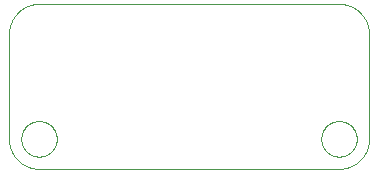
<source format=gko>
G75*
%MOIN*%
%OFA0B0*%
%FSLAX25Y25*%
%IPPOS*%
%LPD*%
%AMOC8*
5,1,8,0,0,1.08239X$1,22.5*
%
%ADD10C,0.00000*%
D10*
X0017000Y0008000D02*
X0117000Y0008000D01*
X0111094Y0018000D02*
X0111096Y0018153D01*
X0111102Y0018307D01*
X0111112Y0018460D01*
X0111126Y0018612D01*
X0111144Y0018765D01*
X0111166Y0018916D01*
X0111191Y0019067D01*
X0111221Y0019218D01*
X0111255Y0019368D01*
X0111292Y0019516D01*
X0111333Y0019664D01*
X0111378Y0019810D01*
X0111427Y0019956D01*
X0111480Y0020100D01*
X0111536Y0020242D01*
X0111596Y0020383D01*
X0111660Y0020523D01*
X0111727Y0020661D01*
X0111798Y0020797D01*
X0111873Y0020931D01*
X0111950Y0021063D01*
X0112032Y0021193D01*
X0112116Y0021321D01*
X0112204Y0021447D01*
X0112295Y0021570D01*
X0112389Y0021691D01*
X0112487Y0021809D01*
X0112587Y0021925D01*
X0112691Y0022038D01*
X0112797Y0022149D01*
X0112906Y0022257D01*
X0113018Y0022362D01*
X0113132Y0022463D01*
X0113250Y0022562D01*
X0113369Y0022658D01*
X0113491Y0022751D01*
X0113616Y0022840D01*
X0113743Y0022927D01*
X0113872Y0023009D01*
X0114003Y0023089D01*
X0114136Y0023165D01*
X0114271Y0023238D01*
X0114408Y0023307D01*
X0114547Y0023372D01*
X0114687Y0023434D01*
X0114829Y0023492D01*
X0114972Y0023547D01*
X0115117Y0023598D01*
X0115263Y0023645D01*
X0115410Y0023688D01*
X0115558Y0023727D01*
X0115707Y0023763D01*
X0115857Y0023794D01*
X0116008Y0023822D01*
X0116159Y0023846D01*
X0116312Y0023866D01*
X0116464Y0023882D01*
X0116617Y0023894D01*
X0116770Y0023902D01*
X0116923Y0023906D01*
X0117077Y0023906D01*
X0117230Y0023902D01*
X0117383Y0023894D01*
X0117536Y0023882D01*
X0117688Y0023866D01*
X0117841Y0023846D01*
X0117992Y0023822D01*
X0118143Y0023794D01*
X0118293Y0023763D01*
X0118442Y0023727D01*
X0118590Y0023688D01*
X0118737Y0023645D01*
X0118883Y0023598D01*
X0119028Y0023547D01*
X0119171Y0023492D01*
X0119313Y0023434D01*
X0119453Y0023372D01*
X0119592Y0023307D01*
X0119729Y0023238D01*
X0119864Y0023165D01*
X0119997Y0023089D01*
X0120128Y0023009D01*
X0120257Y0022927D01*
X0120384Y0022840D01*
X0120509Y0022751D01*
X0120631Y0022658D01*
X0120750Y0022562D01*
X0120868Y0022463D01*
X0120982Y0022362D01*
X0121094Y0022257D01*
X0121203Y0022149D01*
X0121309Y0022038D01*
X0121413Y0021925D01*
X0121513Y0021809D01*
X0121611Y0021691D01*
X0121705Y0021570D01*
X0121796Y0021447D01*
X0121884Y0021321D01*
X0121968Y0021193D01*
X0122050Y0021063D01*
X0122127Y0020931D01*
X0122202Y0020797D01*
X0122273Y0020661D01*
X0122340Y0020523D01*
X0122404Y0020383D01*
X0122464Y0020242D01*
X0122520Y0020100D01*
X0122573Y0019956D01*
X0122622Y0019810D01*
X0122667Y0019664D01*
X0122708Y0019516D01*
X0122745Y0019368D01*
X0122779Y0019218D01*
X0122809Y0019067D01*
X0122834Y0018916D01*
X0122856Y0018765D01*
X0122874Y0018612D01*
X0122888Y0018460D01*
X0122898Y0018307D01*
X0122904Y0018153D01*
X0122906Y0018000D01*
X0122904Y0017847D01*
X0122898Y0017693D01*
X0122888Y0017540D01*
X0122874Y0017388D01*
X0122856Y0017235D01*
X0122834Y0017084D01*
X0122809Y0016933D01*
X0122779Y0016782D01*
X0122745Y0016632D01*
X0122708Y0016484D01*
X0122667Y0016336D01*
X0122622Y0016190D01*
X0122573Y0016044D01*
X0122520Y0015900D01*
X0122464Y0015758D01*
X0122404Y0015617D01*
X0122340Y0015477D01*
X0122273Y0015339D01*
X0122202Y0015203D01*
X0122127Y0015069D01*
X0122050Y0014937D01*
X0121968Y0014807D01*
X0121884Y0014679D01*
X0121796Y0014553D01*
X0121705Y0014430D01*
X0121611Y0014309D01*
X0121513Y0014191D01*
X0121413Y0014075D01*
X0121309Y0013962D01*
X0121203Y0013851D01*
X0121094Y0013743D01*
X0120982Y0013638D01*
X0120868Y0013537D01*
X0120750Y0013438D01*
X0120631Y0013342D01*
X0120509Y0013249D01*
X0120384Y0013160D01*
X0120257Y0013073D01*
X0120128Y0012991D01*
X0119997Y0012911D01*
X0119864Y0012835D01*
X0119729Y0012762D01*
X0119592Y0012693D01*
X0119453Y0012628D01*
X0119313Y0012566D01*
X0119171Y0012508D01*
X0119028Y0012453D01*
X0118883Y0012402D01*
X0118737Y0012355D01*
X0118590Y0012312D01*
X0118442Y0012273D01*
X0118293Y0012237D01*
X0118143Y0012206D01*
X0117992Y0012178D01*
X0117841Y0012154D01*
X0117688Y0012134D01*
X0117536Y0012118D01*
X0117383Y0012106D01*
X0117230Y0012098D01*
X0117077Y0012094D01*
X0116923Y0012094D01*
X0116770Y0012098D01*
X0116617Y0012106D01*
X0116464Y0012118D01*
X0116312Y0012134D01*
X0116159Y0012154D01*
X0116008Y0012178D01*
X0115857Y0012206D01*
X0115707Y0012237D01*
X0115558Y0012273D01*
X0115410Y0012312D01*
X0115263Y0012355D01*
X0115117Y0012402D01*
X0114972Y0012453D01*
X0114829Y0012508D01*
X0114687Y0012566D01*
X0114547Y0012628D01*
X0114408Y0012693D01*
X0114271Y0012762D01*
X0114136Y0012835D01*
X0114003Y0012911D01*
X0113872Y0012991D01*
X0113743Y0013073D01*
X0113616Y0013160D01*
X0113491Y0013249D01*
X0113369Y0013342D01*
X0113250Y0013438D01*
X0113132Y0013537D01*
X0113018Y0013638D01*
X0112906Y0013743D01*
X0112797Y0013851D01*
X0112691Y0013962D01*
X0112587Y0014075D01*
X0112487Y0014191D01*
X0112389Y0014309D01*
X0112295Y0014430D01*
X0112204Y0014553D01*
X0112116Y0014679D01*
X0112032Y0014807D01*
X0111950Y0014937D01*
X0111873Y0015069D01*
X0111798Y0015203D01*
X0111727Y0015339D01*
X0111660Y0015477D01*
X0111596Y0015617D01*
X0111536Y0015758D01*
X0111480Y0015900D01*
X0111427Y0016044D01*
X0111378Y0016190D01*
X0111333Y0016336D01*
X0111292Y0016484D01*
X0111255Y0016632D01*
X0111221Y0016782D01*
X0111191Y0016933D01*
X0111166Y0017084D01*
X0111144Y0017235D01*
X0111126Y0017388D01*
X0111112Y0017540D01*
X0111102Y0017693D01*
X0111096Y0017847D01*
X0111094Y0018000D01*
X0117000Y0008000D02*
X0117242Y0008003D01*
X0117483Y0008012D01*
X0117724Y0008026D01*
X0117965Y0008047D01*
X0118205Y0008073D01*
X0118445Y0008105D01*
X0118684Y0008143D01*
X0118921Y0008186D01*
X0119158Y0008236D01*
X0119393Y0008291D01*
X0119627Y0008351D01*
X0119859Y0008418D01*
X0120090Y0008489D01*
X0120319Y0008567D01*
X0120546Y0008650D01*
X0120771Y0008738D01*
X0120994Y0008832D01*
X0121214Y0008931D01*
X0121432Y0009036D01*
X0121647Y0009145D01*
X0121860Y0009260D01*
X0122070Y0009380D01*
X0122276Y0009505D01*
X0122480Y0009635D01*
X0122681Y0009770D01*
X0122878Y0009910D01*
X0123072Y0010054D01*
X0123262Y0010203D01*
X0123448Y0010357D01*
X0123631Y0010515D01*
X0123810Y0010677D01*
X0123985Y0010844D01*
X0124156Y0011015D01*
X0124323Y0011190D01*
X0124485Y0011369D01*
X0124643Y0011552D01*
X0124797Y0011738D01*
X0124946Y0011928D01*
X0125090Y0012122D01*
X0125230Y0012319D01*
X0125365Y0012520D01*
X0125495Y0012724D01*
X0125620Y0012930D01*
X0125740Y0013140D01*
X0125855Y0013353D01*
X0125964Y0013568D01*
X0126069Y0013786D01*
X0126168Y0014006D01*
X0126262Y0014229D01*
X0126350Y0014454D01*
X0126433Y0014681D01*
X0126511Y0014910D01*
X0126582Y0015141D01*
X0126649Y0015373D01*
X0126709Y0015607D01*
X0126764Y0015842D01*
X0126814Y0016079D01*
X0126857Y0016316D01*
X0126895Y0016555D01*
X0126927Y0016795D01*
X0126953Y0017035D01*
X0126974Y0017276D01*
X0126988Y0017517D01*
X0126997Y0017758D01*
X0127000Y0018000D01*
X0127000Y0053000D01*
X0126997Y0053242D01*
X0126988Y0053483D01*
X0126974Y0053724D01*
X0126953Y0053965D01*
X0126927Y0054205D01*
X0126895Y0054445D01*
X0126857Y0054684D01*
X0126814Y0054921D01*
X0126764Y0055158D01*
X0126709Y0055393D01*
X0126649Y0055627D01*
X0126582Y0055859D01*
X0126511Y0056090D01*
X0126433Y0056319D01*
X0126350Y0056546D01*
X0126262Y0056771D01*
X0126168Y0056994D01*
X0126069Y0057214D01*
X0125964Y0057432D01*
X0125855Y0057647D01*
X0125740Y0057860D01*
X0125620Y0058070D01*
X0125495Y0058276D01*
X0125365Y0058480D01*
X0125230Y0058681D01*
X0125090Y0058878D01*
X0124946Y0059072D01*
X0124797Y0059262D01*
X0124643Y0059448D01*
X0124485Y0059631D01*
X0124323Y0059810D01*
X0124156Y0059985D01*
X0123985Y0060156D01*
X0123810Y0060323D01*
X0123631Y0060485D01*
X0123448Y0060643D01*
X0123262Y0060797D01*
X0123072Y0060946D01*
X0122878Y0061090D01*
X0122681Y0061230D01*
X0122480Y0061365D01*
X0122276Y0061495D01*
X0122070Y0061620D01*
X0121860Y0061740D01*
X0121647Y0061855D01*
X0121432Y0061964D01*
X0121214Y0062069D01*
X0120994Y0062168D01*
X0120771Y0062262D01*
X0120546Y0062350D01*
X0120319Y0062433D01*
X0120090Y0062511D01*
X0119859Y0062582D01*
X0119627Y0062649D01*
X0119393Y0062709D01*
X0119158Y0062764D01*
X0118921Y0062814D01*
X0118684Y0062857D01*
X0118445Y0062895D01*
X0118205Y0062927D01*
X0117965Y0062953D01*
X0117724Y0062974D01*
X0117483Y0062988D01*
X0117242Y0062997D01*
X0117000Y0063000D01*
X0017000Y0063000D01*
X0016758Y0062997D01*
X0016517Y0062988D01*
X0016276Y0062974D01*
X0016035Y0062953D01*
X0015795Y0062927D01*
X0015555Y0062895D01*
X0015316Y0062857D01*
X0015079Y0062814D01*
X0014842Y0062764D01*
X0014607Y0062709D01*
X0014373Y0062649D01*
X0014141Y0062582D01*
X0013910Y0062511D01*
X0013681Y0062433D01*
X0013454Y0062350D01*
X0013229Y0062262D01*
X0013006Y0062168D01*
X0012786Y0062069D01*
X0012568Y0061964D01*
X0012353Y0061855D01*
X0012140Y0061740D01*
X0011930Y0061620D01*
X0011724Y0061495D01*
X0011520Y0061365D01*
X0011319Y0061230D01*
X0011122Y0061090D01*
X0010928Y0060946D01*
X0010738Y0060797D01*
X0010552Y0060643D01*
X0010369Y0060485D01*
X0010190Y0060323D01*
X0010015Y0060156D01*
X0009844Y0059985D01*
X0009677Y0059810D01*
X0009515Y0059631D01*
X0009357Y0059448D01*
X0009203Y0059262D01*
X0009054Y0059072D01*
X0008910Y0058878D01*
X0008770Y0058681D01*
X0008635Y0058480D01*
X0008505Y0058276D01*
X0008380Y0058070D01*
X0008260Y0057860D01*
X0008145Y0057647D01*
X0008036Y0057432D01*
X0007931Y0057214D01*
X0007832Y0056994D01*
X0007738Y0056771D01*
X0007650Y0056546D01*
X0007567Y0056319D01*
X0007489Y0056090D01*
X0007418Y0055859D01*
X0007351Y0055627D01*
X0007291Y0055393D01*
X0007236Y0055158D01*
X0007186Y0054921D01*
X0007143Y0054684D01*
X0007105Y0054445D01*
X0007073Y0054205D01*
X0007047Y0053965D01*
X0007026Y0053724D01*
X0007012Y0053483D01*
X0007003Y0053242D01*
X0007000Y0053000D01*
X0007000Y0018000D01*
X0011094Y0018000D02*
X0011096Y0018153D01*
X0011102Y0018307D01*
X0011112Y0018460D01*
X0011126Y0018612D01*
X0011144Y0018765D01*
X0011166Y0018916D01*
X0011191Y0019067D01*
X0011221Y0019218D01*
X0011255Y0019368D01*
X0011292Y0019516D01*
X0011333Y0019664D01*
X0011378Y0019810D01*
X0011427Y0019956D01*
X0011480Y0020100D01*
X0011536Y0020242D01*
X0011596Y0020383D01*
X0011660Y0020523D01*
X0011727Y0020661D01*
X0011798Y0020797D01*
X0011873Y0020931D01*
X0011950Y0021063D01*
X0012032Y0021193D01*
X0012116Y0021321D01*
X0012204Y0021447D01*
X0012295Y0021570D01*
X0012389Y0021691D01*
X0012487Y0021809D01*
X0012587Y0021925D01*
X0012691Y0022038D01*
X0012797Y0022149D01*
X0012906Y0022257D01*
X0013018Y0022362D01*
X0013132Y0022463D01*
X0013250Y0022562D01*
X0013369Y0022658D01*
X0013491Y0022751D01*
X0013616Y0022840D01*
X0013743Y0022927D01*
X0013872Y0023009D01*
X0014003Y0023089D01*
X0014136Y0023165D01*
X0014271Y0023238D01*
X0014408Y0023307D01*
X0014547Y0023372D01*
X0014687Y0023434D01*
X0014829Y0023492D01*
X0014972Y0023547D01*
X0015117Y0023598D01*
X0015263Y0023645D01*
X0015410Y0023688D01*
X0015558Y0023727D01*
X0015707Y0023763D01*
X0015857Y0023794D01*
X0016008Y0023822D01*
X0016159Y0023846D01*
X0016312Y0023866D01*
X0016464Y0023882D01*
X0016617Y0023894D01*
X0016770Y0023902D01*
X0016923Y0023906D01*
X0017077Y0023906D01*
X0017230Y0023902D01*
X0017383Y0023894D01*
X0017536Y0023882D01*
X0017688Y0023866D01*
X0017841Y0023846D01*
X0017992Y0023822D01*
X0018143Y0023794D01*
X0018293Y0023763D01*
X0018442Y0023727D01*
X0018590Y0023688D01*
X0018737Y0023645D01*
X0018883Y0023598D01*
X0019028Y0023547D01*
X0019171Y0023492D01*
X0019313Y0023434D01*
X0019453Y0023372D01*
X0019592Y0023307D01*
X0019729Y0023238D01*
X0019864Y0023165D01*
X0019997Y0023089D01*
X0020128Y0023009D01*
X0020257Y0022927D01*
X0020384Y0022840D01*
X0020509Y0022751D01*
X0020631Y0022658D01*
X0020750Y0022562D01*
X0020868Y0022463D01*
X0020982Y0022362D01*
X0021094Y0022257D01*
X0021203Y0022149D01*
X0021309Y0022038D01*
X0021413Y0021925D01*
X0021513Y0021809D01*
X0021611Y0021691D01*
X0021705Y0021570D01*
X0021796Y0021447D01*
X0021884Y0021321D01*
X0021968Y0021193D01*
X0022050Y0021063D01*
X0022127Y0020931D01*
X0022202Y0020797D01*
X0022273Y0020661D01*
X0022340Y0020523D01*
X0022404Y0020383D01*
X0022464Y0020242D01*
X0022520Y0020100D01*
X0022573Y0019956D01*
X0022622Y0019810D01*
X0022667Y0019664D01*
X0022708Y0019516D01*
X0022745Y0019368D01*
X0022779Y0019218D01*
X0022809Y0019067D01*
X0022834Y0018916D01*
X0022856Y0018765D01*
X0022874Y0018612D01*
X0022888Y0018460D01*
X0022898Y0018307D01*
X0022904Y0018153D01*
X0022906Y0018000D01*
X0022904Y0017847D01*
X0022898Y0017693D01*
X0022888Y0017540D01*
X0022874Y0017388D01*
X0022856Y0017235D01*
X0022834Y0017084D01*
X0022809Y0016933D01*
X0022779Y0016782D01*
X0022745Y0016632D01*
X0022708Y0016484D01*
X0022667Y0016336D01*
X0022622Y0016190D01*
X0022573Y0016044D01*
X0022520Y0015900D01*
X0022464Y0015758D01*
X0022404Y0015617D01*
X0022340Y0015477D01*
X0022273Y0015339D01*
X0022202Y0015203D01*
X0022127Y0015069D01*
X0022050Y0014937D01*
X0021968Y0014807D01*
X0021884Y0014679D01*
X0021796Y0014553D01*
X0021705Y0014430D01*
X0021611Y0014309D01*
X0021513Y0014191D01*
X0021413Y0014075D01*
X0021309Y0013962D01*
X0021203Y0013851D01*
X0021094Y0013743D01*
X0020982Y0013638D01*
X0020868Y0013537D01*
X0020750Y0013438D01*
X0020631Y0013342D01*
X0020509Y0013249D01*
X0020384Y0013160D01*
X0020257Y0013073D01*
X0020128Y0012991D01*
X0019997Y0012911D01*
X0019864Y0012835D01*
X0019729Y0012762D01*
X0019592Y0012693D01*
X0019453Y0012628D01*
X0019313Y0012566D01*
X0019171Y0012508D01*
X0019028Y0012453D01*
X0018883Y0012402D01*
X0018737Y0012355D01*
X0018590Y0012312D01*
X0018442Y0012273D01*
X0018293Y0012237D01*
X0018143Y0012206D01*
X0017992Y0012178D01*
X0017841Y0012154D01*
X0017688Y0012134D01*
X0017536Y0012118D01*
X0017383Y0012106D01*
X0017230Y0012098D01*
X0017077Y0012094D01*
X0016923Y0012094D01*
X0016770Y0012098D01*
X0016617Y0012106D01*
X0016464Y0012118D01*
X0016312Y0012134D01*
X0016159Y0012154D01*
X0016008Y0012178D01*
X0015857Y0012206D01*
X0015707Y0012237D01*
X0015558Y0012273D01*
X0015410Y0012312D01*
X0015263Y0012355D01*
X0015117Y0012402D01*
X0014972Y0012453D01*
X0014829Y0012508D01*
X0014687Y0012566D01*
X0014547Y0012628D01*
X0014408Y0012693D01*
X0014271Y0012762D01*
X0014136Y0012835D01*
X0014003Y0012911D01*
X0013872Y0012991D01*
X0013743Y0013073D01*
X0013616Y0013160D01*
X0013491Y0013249D01*
X0013369Y0013342D01*
X0013250Y0013438D01*
X0013132Y0013537D01*
X0013018Y0013638D01*
X0012906Y0013743D01*
X0012797Y0013851D01*
X0012691Y0013962D01*
X0012587Y0014075D01*
X0012487Y0014191D01*
X0012389Y0014309D01*
X0012295Y0014430D01*
X0012204Y0014553D01*
X0012116Y0014679D01*
X0012032Y0014807D01*
X0011950Y0014937D01*
X0011873Y0015069D01*
X0011798Y0015203D01*
X0011727Y0015339D01*
X0011660Y0015477D01*
X0011596Y0015617D01*
X0011536Y0015758D01*
X0011480Y0015900D01*
X0011427Y0016044D01*
X0011378Y0016190D01*
X0011333Y0016336D01*
X0011292Y0016484D01*
X0011255Y0016632D01*
X0011221Y0016782D01*
X0011191Y0016933D01*
X0011166Y0017084D01*
X0011144Y0017235D01*
X0011126Y0017388D01*
X0011112Y0017540D01*
X0011102Y0017693D01*
X0011096Y0017847D01*
X0011094Y0018000D01*
X0007000Y0018000D02*
X0007003Y0017758D01*
X0007012Y0017517D01*
X0007026Y0017276D01*
X0007047Y0017035D01*
X0007073Y0016795D01*
X0007105Y0016555D01*
X0007143Y0016316D01*
X0007186Y0016079D01*
X0007236Y0015842D01*
X0007291Y0015607D01*
X0007351Y0015373D01*
X0007418Y0015141D01*
X0007489Y0014910D01*
X0007567Y0014681D01*
X0007650Y0014454D01*
X0007738Y0014229D01*
X0007832Y0014006D01*
X0007931Y0013786D01*
X0008036Y0013568D01*
X0008145Y0013353D01*
X0008260Y0013140D01*
X0008380Y0012930D01*
X0008505Y0012724D01*
X0008635Y0012520D01*
X0008770Y0012319D01*
X0008910Y0012122D01*
X0009054Y0011928D01*
X0009203Y0011738D01*
X0009357Y0011552D01*
X0009515Y0011369D01*
X0009677Y0011190D01*
X0009844Y0011015D01*
X0010015Y0010844D01*
X0010190Y0010677D01*
X0010369Y0010515D01*
X0010552Y0010357D01*
X0010738Y0010203D01*
X0010928Y0010054D01*
X0011122Y0009910D01*
X0011319Y0009770D01*
X0011520Y0009635D01*
X0011724Y0009505D01*
X0011930Y0009380D01*
X0012140Y0009260D01*
X0012353Y0009145D01*
X0012568Y0009036D01*
X0012786Y0008931D01*
X0013006Y0008832D01*
X0013229Y0008738D01*
X0013454Y0008650D01*
X0013681Y0008567D01*
X0013910Y0008489D01*
X0014141Y0008418D01*
X0014373Y0008351D01*
X0014607Y0008291D01*
X0014842Y0008236D01*
X0015079Y0008186D01*
X0015316Y0008143D01*
X0015555Y0008105D01*
X0015795Y0008073D01*
X0016035Y0008047D01*
X0016276Y0008026D01*
X0016517Y0008012D01*
X0016758Y0008003D01*
X0017000Y0008000D01*
M02*

</source>
